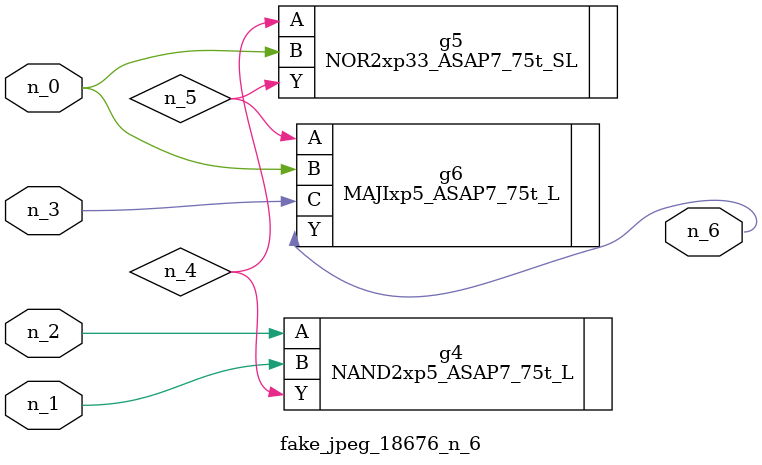
<source format=v>
module fake_jpeg_18676_n_6 (n_0, n_3, n_2, n_1, n_6);

input n_0;
input n_3;
input n_2;
input n_1;

output n_6;

wire n_4;
wire n_5;

NAND2xp5_ASAP7_75t_L g4 ( 
.A(n_2),
.B(n_1),
.Y(n_4)
);

NOR2xp33_ASAP7_75t_SL g5 ( 
.A(n_4),
.B(n_0),
.Y(n_5)
);

MAJIxp5_ASAP7_75t_L g6 ( 
.A(n_5),
.B(n_0),
.C(n_3),
.Y(n_6)
);


endmodule
</source>
